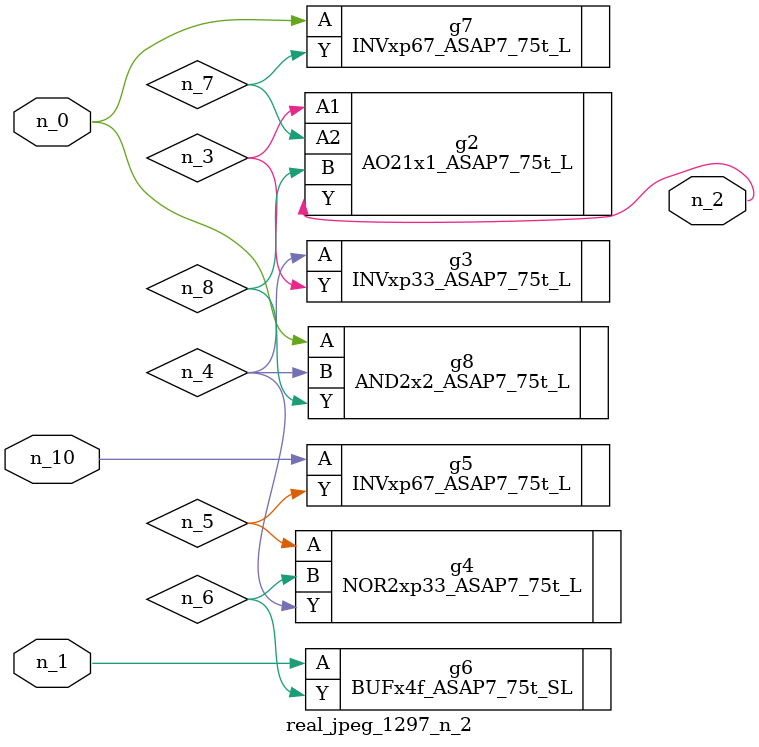
<source format=v>
module real_jpeg_1297_n_2 (n_1, n_10, n_0, n_2);

input n_1;
input n_10;
input n_0;

output n_2;

wire n_5;
wire n_4;
wire n_8;
wire n_6;
wire n_7;
wire n_3;

INVxp67_ASAP7_75t_L g7 ( 
.A(n_0),
.Y(n_7)
);

AND2x2_ASAP7_75t_L g8 ( 
.A(n_0),
.B(n_4),
.Y(n_8)
);

BUFx4f_ASAP7_75t_SL g6 ( 
.A(n_1),
.Y(n_6)
);

AO21x1_ASAP7_75t_L g2 ( 
.A1(n_3),
.A2(n_7),
.B(n_8),
.Y(n_2)
);

INVxp33_ASAP7_75t_L g3 ( 
.A(n_4),
.Y(n_3)
);

NOR2xp33_ASAP7_75t_L g4 ( 
.A(n_5),
.B(n_6),
.Y(n_4)
);

INVxp67_ASAP7_75t_L g5 ( 
.A(n_10),
.Y(n_5)
);


endmodule
</source>
